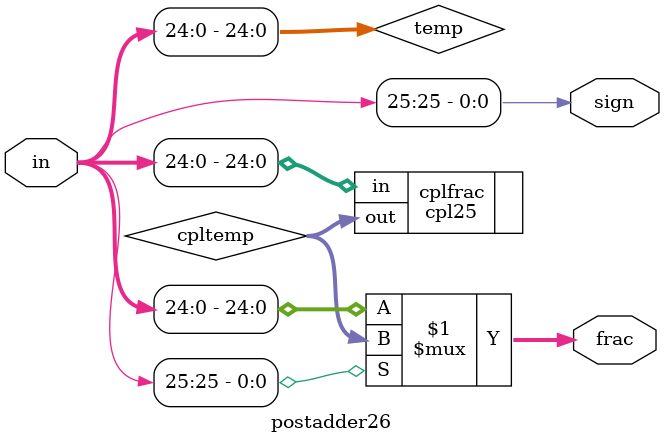
<source format=v>
/*
 ***@Author: NGUYEN TRUNG HIEU
 ***@Date:   Oct 24th, 2018
*/

module postadder26(sign,frac,in);
output	sign;
output	[24:0]frac;
input	[25:0]in;

wire	[24:0]temp,cpltemp;

assign	sign=in[25];
	
assign 	temp=in[24:0];
cpl25	cplfrac(.out(cpltemp),.in(temp));
assign	frac=sign?cpltemp:temp;

endmodule

</source>
